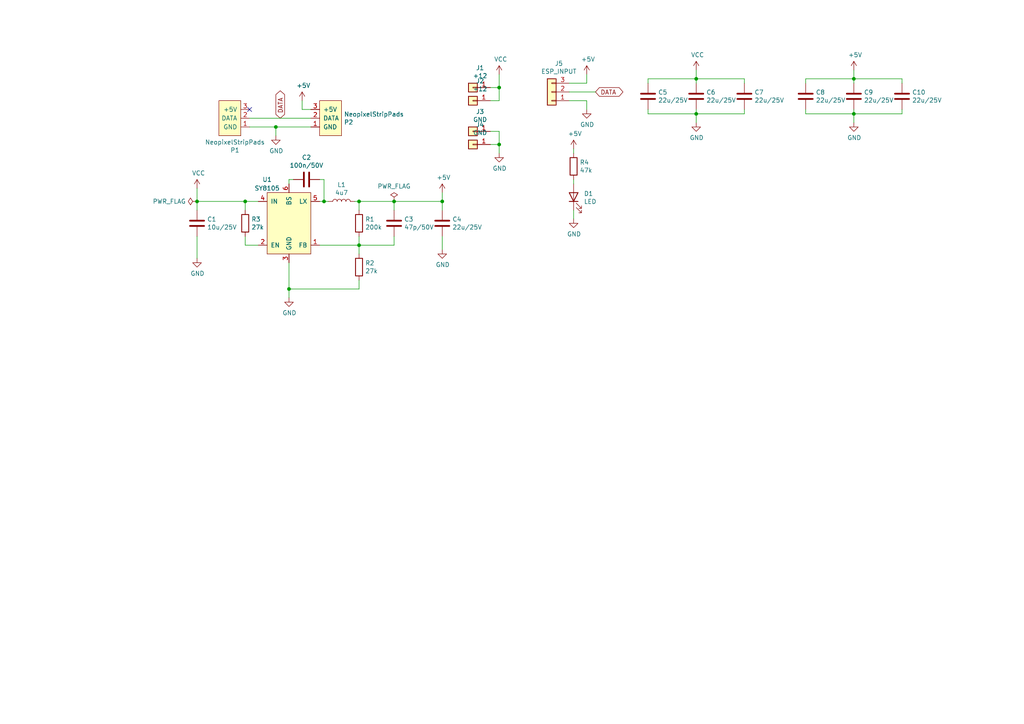
<source format=kicad_sch>
(kicad_sch (version 20211123) (generator eeschema)
  (paper "A4")
  (lib_symbols
    (symbol "Connector_Generic:Conn_01x01" (pin_names (offset 1.016) hide)
      (property "Reference" "J" (at 0 2.54 0))
      (property "Value" "Conn_01x01" (at 0 -2.54 0))
      (symbol "Conn_01x01_1_1"
        (rectangle (start -1.27 0.127) (end 0 -0.127) (stroke (width 0.1524)))
        (rectangle (start -1.27 1.27) (end 1.27 -1.27) (stroke (width 0.254)) (fill (type background)))
        (pin passive line (at -5.08 0 0) (length 3.81) (name "Pin_1") (number "1"))
      )
    )
    (symbol "Connector_Generic:Conn_01x03" (pin_names (offset 1.016) hide)
      (property "Reference" "J" (at 0 5.08 0))
      (property "Value" "Conn_01x03" (at 0 -5.08 0))
      (symbol "Conn_01x03_1_1"
        (rectangle (start -1.27 -2.413) (end 0 -2.667) (stroke (width 0.1524)))
        (rectangle (start -1.27 0.127) (end 0 -0.127) (stroke (width 0.1524)))
        (rectangle (start -1.27 2.667) (end 0 2.413) (stroke (width 0.1524)))
        (rectangle (start -1.27 3.81) (end 1.27 -3.81) (stroke (width 0.254)) (fill (type background)))
        (pin passive line (at -5.08 2.54 0) (length 3.81) (name "Pin_1") (number "1"))
        (pin passive line (at -5.08 0 0) (length 3.81) (name "Pin_2") (number "2"))
        (pin passive line (at -5.08 -2.54 0) (length 3.81) (name "Pin_3") (number "3"))
      )
    )
    (symbol "Device:C" (pin_numbers hide) (pin_names (offset 0.254))
      (property "Reference" "C" (at 0.635 2.54 0))
      (property "Value" "C" (at 0.635 -2.54 0))
      (symbol "C_0_1"
        (polyline (pts (xy -2.032 -0.762) (xy 2.032 -0.762)) (stroke (width 0.508)))
        (polyline (pts (xy -2.032 0.762) (xy 2.032 0.762)) (stroke (width 0.508)))
      )
      (symbol "C_1_1"
        (pin passive line (at 0 3.81 270) (length 2.794) (name "~") (number "1"))
        (pin passive line (at 0 -3.81 90) (length 2.794) (name "~") (number "2"))
      )
    )
    (symbol "Device:L" (pin_numbers hide) (pin_names (offset 1.016) hide)
      (property "Reference" "L" (at -1.27 0 90))
      (property "Value" "L" (at 1.905 0 90))
      (symbol "L_0_1"
        (arc (start 0 -2.54) (mid 0.635 -1.905) (end 0 -1.27))
        (arc (start 0 -1.27) (mid 0.635 -0.635) (end 0 0))
        (arc (start 0 0) (mid 0.635 0.635) (end 0 1.27))
        (arc (start 0 1.27) (mid 0.635 1.905) (end 0 2.54))
      )
      (symbol "L_1_1"
        (pin passive line (at 0 3.81 270) (length 1.27) (name "1") (number "1"))
        (pin passive line (at 0 -3.81 90) (length 1.27) (name "2") (number "2"))
      )
    )
    (symbol "Device:LED" (pin_numbers hide) (pin_names (offset 1.016) hide)
      (property "Reference" "D" (at 0 2.54 0))
      (property "Value" "LED" (at 0 -2.54 0))
      (symbol "LED_0_1"
        (polyline (pts (xy -1.27 -1.27) (xy -1.27 1.27)) (stroke (width 0.254)))
        (polyline (pts (xy -1.27 0) (xy 1.27 0)))
        (polyline (pts (xy 1.27 -1.27) (xy 1.27 1.27) (xy -1.27 0) (xy 1.27 -1.27)) (stroke (width 0.254)))
        (polyline (pts (xy -3.048 -0.762) (xy -4.572 -2.286) (xy -3.81 -2.286) (xy -4.572 -2.286) (xy -4.572 -1.524)))
        (polyline (pts (xy -1.778 -0.762) (xy -3.302 -2.286) (xy -2.54 -2.286) (xy -3.302 -2.286) (xy -3.302 -1.524)))
      )
      (symbol "LED_1_1"
        (pin passive line (at -3.81 0 0) (length 2.54) (name "K") (number "1"))
        (pin passive line (at 3.81 0 180) (length 2.54) (name "A") (number "2"))
      )
    )
    (symbol "Device:R" (pin_numbers hide) (pin_names (offset 0))
      (property "Reference" "R" (at 2.032 0 90))
      (property "Value" "R" (at 0 0 90))
      (symbol "R_0_1"
        (rectangle (start -1.016 -2.54) (end 1.016 2.54) (stroke (width 0.254)))
      )
      (symbol "R_1_1"
        (pin passive line (at 0 3.81 270) (length 1.27) (name "~") (number "1"))
        (pin passive line (at 0 -3.81 90) (length 1.27) (name "~") (number "2"))
      )
    )
    (symbol "power:+5V" (power) (pin_names (offset 0))
      (property "Value" "+5V" (at 0 3.556 0))
      (symbol "+5V_0_1"
        (polyline (pts (xy -0.762 1.27) (xy 0 2.54)))
        (polyline (pts (xy 0 0) (xy 0 2.54)))
        (polyline (pts (xy 0 2.54) (xy 0.762 1.27)))
      )
      (symbol "+5V_1_1"
        (pin power_in line (at 0 0 90) (length 0) hide (name "+5V") (number "1"))
      )
    )
    (symbol "power:GND" (power) (pin_names (offset 0))
      (property "Value" "GND" (at 0 -3.81 0))
      (symbol "GND_0_1"
        (polyline (pts (xy 0 0) (xy 0 -1.27) (xy 1.27 -1.27) (xy 0 -2.54) (xy -1.27 -1.27) (xy 0 -1.27)))
      )
      (symbol "GND_1_1"
        (pin power_in line (at 0 0 270) (length 0) hide (name "GND") (number "1"))
      )
    )
    (symbol "power:PWR_FLAG" (power) (pin_numbers hide) (pin_names (offset 0) hide)
      (property "Value" "PWR_FLAG" (at 0 3.81 0))
      (symbol "PWR_FLAG_0_0"
        (pin power_out line (at 0 0 90) (length 0) (name "pwr") (number "1"))
      )
      (symbol "PWR_FLAG_0_1"
        (polyline (pts (xy 0 0) (xy 0 1.27) (xy -1.016 1.905) (xy 0 2.54) (xy 1.016 1.905) (xy 0 1.27)))
      )
    )
    (symbol "power:VCC" (power) (pin_names (offset 0))
      (property "Value" "VCC" (at 0 3.81 0))
      (symbol "VCC_0_1"
        (polyline (pts (xy -0.762 1.27) (xy 0 2.54)))
        (polyline (pts (xy 0 0) (xy 0 2.54)))
        (polyline (pts (xy 0 2.54) (xy 0.762 1.27)))
      )
      (symbol "VCC_1_1"
        (pin power_in line (at 0 0 90) (length 0) hide (name "VCC") (number "1"))
      )
    )
    (symbol "symbols:NeopixelStripPads" (pin_names (offset 1.016))
      (property "Reference" "P" (at 0 0 0))
      (property "Value" "NeopixelStripPads" (at 0 0 0))
      (symbol "NeopixelStripPads_0_1"
        (rectangle (start 0 11.43) (end 6.35 1.27) (fill (type background)))
      )
      (symbol "NeopixelStripPads_1_1"
        (pin passive line (at -2.54 8.89 0) (length 2.54) (name "GND") (number "1"))
        (pin bidirectional line (at -2.54 6.35 0) (length 2.54) (name "DATA") (number "2"))
        (pin passive line (at -2.54 3.81 0) (length 2.54) (name "+5V") (number "3"))
      )
    )
    (symbol "symbols:SY8105" (pin_names (offset 1.016))
      (property "Reference" "U" (at 3.81 11.43 0))
      (property "Value" "SY8105" (at 0 1.27 0))
      (symbol "SY8105_0_1"
        (rectangle (start -6.35 -7.62) (end 6.35 10.16) (fill (type background)))
      )
      (symbol "SY8105_1_1"
        (pin input line (at 8.89 -5.08 180) (length 2.54) (name "FB") (number "1"))
        (pin input line (at -8.89 -5.08 0) (length 2.54) (name "EN") (number "2"))
        (pin power_in line (at 0 -10.16 90) (length 2.54) (name "GND") (number "3"))
        (pin power_in line (at -8.89 7.62 0) (length 2.54) (name "IN") (number "4"))
        (pin power_out line (at 8.89 7.62 180) (length 2.54) (name "LX") (number "5"))
        (pin passive line (at 0 12.7 270) (length 2.54) (name "BS") (number "6"))
      )
    )
  )
  (junction (at 128.27 58.42))
  (junction (at 201.93 22.86))
  (junction (at 201.93 33.02))
  (junction (at 80.01 36.83))
  (junction (at 93.98 58.42))
  (junction (at 104.14 71.12))
  (junction (at 83.82 83.82))
  (junction (at 144.78 25.4))
  (junction (at 71.12 58.42))
  (junction (at 104.14 58.42))
  (junction (at 144.78 41.91))
  (junction (at 247.65 22.86))
  (junction (at 57.15 58.42))
  (junction (at 114.3 58.42))
  (junction (at 247.65 33.02))
  (no_connect (at 72.39 31.75))
  (wire (pts (xy 201.93 24.13) (xy 201.93 22.86)))
  (wire (pts (xy 93.98 58.42) (xy 95.25 58.42)))
  (wire (pts (xy 261.62 33.02) (xy 261.62 31.75)))
  (wire (pts (xy 170.18 24.13) (xy 170.18 21.59)))
  (wire (pts (xy 201.93 22.86) (xy 201.93 20.32)))
  (wire (pts (xy 87.63 29.21) (xy 87.63 31.75)))
  (wire (pts (xy 71.12 68.58) (xy 71.12 71.12)))
  (wire (pts (xy 233.68 22.86) (xy 247.65 22.86)))
  (wire (pts (xy 165.1 24.13) (xy 170.18 24.13)))
  (wire (pts (xy 142.24 38.1) (xy 144.78 38.1)))
  (wire (pts (xy 142.24 29.21) (xy 144.78 29.21)))
  (wire (pts (xy 165.1 26.67) (xy 172.72 26.67)))
  (wire (pts (xy 128.27 68.58) (xy 128.27 72.39)))
  (wire (pts (xy 114.3 71.12) (xy 104.14 71.12)))
  (wire (pts (xy 144.78 29.21) (xy 144.78 25.4)))
  (wire (pts (xy 92.71 71.12) (xy 104.14 71.12)))
  (wire (pts (xy 187.96 22.86) (xy 187.96 24.13)))
  (wire (pts (xy 72.39 36.83) (xy 80.01 36.83)))
  (wire (pts (xy 114.3 68.58) (xy 114.3 71.12)))
  (wire (pts (xy 247.65 33.02) (xy 261.62 33.02)))
  (wire (pts (xy 83.82 76.2) (xy 83.82 83.82)))
  (wire (pts (xy 201.93 33.02) (xy 201.93 35.56)))
  (wire (pts (xy 166.37 43.18) (xy 166.37 44.45)))
  (wire (pts (xy 247.65 22.86) (xy 247.65 20.32)))
  (wire (pts (xy 83.82 52.07) (xy 85.09 52.07)))
  (wire (pts (xy 247.65 22.86) (xy 261.62 22.86)))
  (wire (pts (xy 144.78 41.91) (xy 144.78 44.45)))
  (wire (pts (xy 142.24 25.4) (xy 144.78 25.4)))
  (wire (pts (xy 104.14 83.82) (xy 83.82 83.82)))
  (wire (pts (xy 144.78 25.4) (xy 144.78 21.59)))
  (wire (pts (xy 87.63 31.75) (xy 90.17 31.75)))
  (wire (pts (xy 142.24 41.91) (xy 144.78 41.91)))
  (wire (pts (xy 144.78 38.1) (xy 144.78 41.91)))
  (wire (pts (xy 247.65 33.02) (xy 247.65 35.56)))
  (wire (pts (xy 187.96 33.02) (xy 201.93 33.02)))
  (wire (pts (xy 166.37 52.07) (xy 166.37 53.34)))
  (wire (pts (xy 166.37 60.96) (xy 166.37 63.5)))
  (wire (pts (xy 93.98 58.42) (xy 93.98 52.07)))
  (wire (pts (xy 187.96 33.02) (xy 187.96 31.75)))
  (wire (pts (xy 201.93 33.02) (xy 201.93 31.75)))
  (wire (pts (xy 104.14 58.42) (xy 114.3 58.42)))
  (wire (pts (xy 170.18 29.21) (xy 170.18 31.75)))
  (wire (pts (xy 261.62 22.86) (xy 261.62 24.13)))
  (wire (pts (xy 233.68 31.75) (xy 233.68 33.02)))
  (wire (pts (xy 104.14 58.42) (xy 104.14 60.96)))
  (wire (pts (xy 165.1 29.21) (xy 170.18 29.21)))
  (wire (pts (xy 114.3 58.42) (xy 128.27 58.42)))
  (wire (pts (xy 104.14 81.28) (xy 104.14 83.82)))
  (wire (pts (xy 247.65 22.86) (xy 247.65 24.13)))
  (wire (pts (xy 57.15 54.61) (xy 57.15 58.42)))
  (wire (pts (xy 80.01 36.83) (xy 90.17 36.83)))
  (wire (pts (xy 114.3 58.42) (xy 114.3 60.96)))
  (wire (pts (xy 71.12 58.42) (xy 74.93 58.42)))
  (wire (pts (xy 128.27 58.42) (xy 128.27 60.96)))
  (wire (pts (xy 92.71 58.42) (xy 93.98 58.42)))
  (wire (pts (xy 247.65 33.02) (xy 247.65 31.75)))
  (wire (pts (xy 104.14 68.58) (xy 104.14 71.12)))
  (wire (pts (xy 201.93 22.86) (xy 215.9 22.86)))
  (wire (pts (xy 187.96 22.86) (xy 201.93 22.86)))
  (wire (pts (xy 104.14 71.12) (xy 104.14 73.66)))
  (wire (pts (xy 57.15 68.58) (xy 57.15 74.93)))
  (wire (pts (xy 215.9 33.02) (xy 215.9 31.75)))
  (wire (pts (xy 71.12 71.12) (xy 74.93 71.12)))
  (wire (pts (xy 201.93 33.02) (xy 215.9 33.02)))
  (wire (pts (xy 128.27 55.88) (xy 128.27 58.42)))
  (wire (pts (xy 80.01 36.83) (xy 80.01 39.37)))
  (wire (pts (xy 57.15 58.42) (xy 71.12 58.42)))
  (wire (pts (xy 83.82 83.82) (xy 83.82 86.36)))
  (wire (pts (xy 233.68 22.86) (xy 233.68 24.13)))
  (wire (pts (xy 71.12 60.96) (xy 71.12 58.42)))
  (wire (pts (xy 233.68 33.02) (xy 247.65 33.02)))
  (wire (pts (xy 102.87 58.42) (xy 104.14 58.42)))
  (wire (pts (xy 57.15 60.96) (xy 57.15 58.42)))
  (wire (pts (xy 215.9 22.86) (xy 215.9 24.13)))
  (wire (pts (xy 83.82 53.34) (xy 83.82 52.07)))
  (wire (pts (xy 93.98 52.07) (xy 92.71 52.07)))
  (wire (pts (xy 72.39 34.29) (xy 90.17 34.29)))
  (global_label "DATA" (shape bidirectional) (at 172.72 26.67 0) (property "Intersheet References" "${INTERSHEET_REFS}" (effects hide)))
  (global_label "DATA" (shape bidirectional) (at 81.28 34.29 90) (property "Intersheet References" "${INTERSHEET_REFS}" (effects hide)))
  (symbol (lib_id "Connector_Generic:Conn_01x03") (at 160.02 26.67 180) (unit 1)
    (property "Reference" "J5" (at 162.1028 18.415 0))
    (property "Value" "ESP_INPUT" (at 162.1028 20.7264 0))
    (property "Footprint" "neopixelBooster:3PinConnector" (effects hide))
    (property "JLCPCB_IGNORE" "1" (effects hide))
  )
  (symbol (lib_id "power:+5V") (at 170.18 21.59 0) (unit 1)
    (property "Reference" "#PWR0104" (effects hide))
    (property "Value" "+5V" (at 170.561 17.1958 0))
  )
  (symbol (lib_id "power:GND") (at 170.18 31.75 0) (unit 1)
    (property "Reference" "#PWR0105" (effects hide))
    (property "Value" "GND" (at 170.307 36.1442 0))
  )
  (symbol (lib_id "power:GND") (at 80.01 39.37 0) (unit 1)
    (property "Reference" "#PWR0106" (effects hide))
    (property "Value" "GND" (at 80.137 43.7642 0))
  )
  (symbol (lib_id "Device:LED") (at 166.37 57.15 90) (unit 1)
    (property "Reference" "D1" (at 169.3418 56.1594 90) (effects (justify right)))
    (property "Value" "LED" (at 169.3418 58.4708 90) (effects (justify right)))
    (property "Footprint" "LED_SMD:LED_0603_1608Metric" (effects hide))
    (property "LCSC" "C2286" (effects hide))
  )
  (symbol (lib_id "Device:R") (at 166.37 48.26 0) (unit 1)
    (property "Reference" "R4" (at 168.148 47.0916 0) (effects (justify left)))
    (property "Value" "47k" (at 168.148 49.403 0) (effects (justify left)))
    (property "Footprint" "Resistor_SMD:R_0402_1005Metric" (effects hide))
    (property "LCSC" "C25792" (effects hide))
  )
  (symbol (lib_id "power:+5V") (at 166.37 43.18 0) (unit 1)
    (property "Reference" "#PWR06" (effects hide))
    (property "Value" "+5V" (at 166.751 38.7858 0))
  )
  (symbol (lib_id "power:GND") (at 166.37 63.5 0) (unit 1)
    (property "Reference" "#PWR07" (effects hide))
    (property "Value" "GND" (at 166.497 67.8942 0))
  )
  (symbol (lib_id "symbols:SY8105") (at 83.82 66.04 0) (unit 1)
    (property "Reference" "U1" (at 77.47 52.07 0))
    (property "Value" "SY8105" (at 77.47 54.61 0))
    (property "Footprint" "Package_TO_SOT_SMD:TSOT-23-6" (effects hide))
    (property "LCSC" "C178247 " (effects hide))
    (property "JLCPCB_CORRECTION" "0;0;180" (effects hide))
  )
  (symbol (lib_id "Device:R") (at 104.14 64.77 0) (unit 1)
    (property "Reference" "R1" (at 105.918 63.6016 0) (effects (justify left)))
    (property "Value" "200k" (at 105.918 65.913 0) (effects (justify left)))
    (property "Footprint" "Resistor_SMD:R_0402_1005Metric" (effects hide))
    (property "LCSC" "C25764" (effects hide))
  )
  (symbol (lib_id "Device:R") (at 104.14 77.47 0) (unit 1)
    (property "Reference" "R2" (at 105.918 76.3016 0) (effects (justify left)))
    (property "Value" "27k" (at 105.918 78.613 0) (effects (justify left)))
    (property "Footprint" "Resistor_SMD:R_0402_1005Metric" (effects hide))
    (property "LCSC" "C25771" (effects hide))
  )
  (symbol (lib_id "Device:C") (at 57.15 64.77 0) (unit 1)
    (property "Reference" "C1" (at 60.071 63.6016 0) (effects (justify left)))
    (property "Value" "10u/25V" (at 60.071 65.913 0) (effects (justify left)))
    (property "Footprint" "Capacitor_SMD:C_0805_2012Metric" (effects hide))
    (property "LCSC" "C15850" (effects hide))
  )
  (symbol (lib_id "power:GND") (at 83.82 86.36 0) (unit 1)
    (property "Reference" "#PWR03" (effects hide))
    (property "Value" "GND" (at 83.947 90.7542 0))
  )
  (symbol (lib_id "power:VCC") (at 57.15 54.61 0) (unit 1)
    (property "Reference" "#PWR01" (effects hide))
    (property "Value" "VCC" (at 57.5818 50.2158 0))
  )
  (symbol (lib_id "power:+5V") (at 128.27 55.88 0) (unit 1)
    (property "Reference" "#PWR04" (effects hide))
    (property "Value" "+5V" (at 128.651 51.4858 0))
  )
  (symbol (lib_id "power:GND") (at 57.15 74.93 0) (unit 1)
    (property "Reference" "#PWR02" (effects hide))
    (property "Value" "GND" (at 57.277 79.3242 0))
  )
  (symbol (lib_id "Device:C") (at 88.9 52.07 270) (unit 1)
    (property "Reference" "C2" (at 88.9 45.6692 90))
    (property "Value" "100n/50V" (at 88.9 47.9806 90))
    (property "Footprint" "Capacitor_SMD:C_0603_1608Metric" (effects hide))
    (property "LCSC" "C14663" (effects hide))
  )
  (symbol (lib_id "Device:L") (at 99.06 58.42 90) (unit 1)
    (property "Reference" "L1" (at 99.06 53.594 90))
    (property "Value" "4u7" (at 99.06 55.9054 90))
    (property "Footprint" "neopixelBooster:MWSA0503S" (effects hide))
    (property "LCSC" "C408410" (effects hide))
  )
  (symbol (lib_id "Device:C") (at 114.3 64.77 180) (unit 1)
    (property "Reference" "C3" (at 117.221 63.6016 0) (effects (justify right)))
    (property "Value" "47p/50V" (at 117.221 65.913 0) (effects (justify right)))
    (property "Footprint" "Capacitor_SMD:C_0402_1005Metric" (effects hide))
    (property "LCSC" "C1567" (effects hide))
  )
  (symbol (lib_id "Device:C") (at 128.27 64.77 180) (unit 1)
    (property "Reference" "C4" (at 131.191 63.6016 0) (effects (justify right)))
    (property "Value" "22u/25V" (at 131.191 65.913 0) (effects (justify right)))
    (property "Footprint" "Capacitor_SMD:C_0805_2012Metric" (effects hide))
    (property "LCSC" "C45783" (effects hide))
  )
  (symbol (lib_id "power:GND") (at 128.27 72.39 0) (unit 1)
    (property "Reference" "#PWR05" (effects hide))
    (property "Value" "GND" (at 128.397 76.7842 0))
  )
  (symbol (lib_id "symbols:NeopixelStripPads") (at 69.85 27.94 180) (unit 1)
    (property "Reference" "P1" (at 68.1482 43.561 0))
    (property "Value" "NeopixelStripPads" (at 68.1482 41.2496 0))
    (property "Footprint" "neopixelBooster:LedStripPads" (effects hide))
    (property "JLCPCB_IGNORE" "1" (effects hide))
  )
  (symbol (lib_id "symbols:NeopixelStripPads") (at 92.71 27.94 0) (mirror x) (unit 1)
    (property "Reference" "P2" (at 99.7712 35.4584 0) (effects (justify left)))
    (property "Value" "NeopixelStripPads" (at 99.7712 33.147 0) (effects (justify left)))
    (property "Footprint" "neopixelBooster:LedStripPads" (effects hide))
    (property "JLCPCB_IGNORE" "1" (effects hide))
  )
  (symbol (lib_id "power:+5V") (at 87.63 29.21 0) (unit 1)
    (property "Reference" "#PWR0101" (effects hide))
    (property "Value" "+5V" (at 88.011 24.8158 0))
  )
  (symbol (lib_id "Connector_Generic:Conn_01x01") (at 137.16 25.4 180) (unit 1)
    (property "Reference" "J1" (at 139.2428 19.685 0))
    (property "Value" "+12" (at 139.2428 21.9964 0))
    (property "Footprint" "neopixelBooster:InputPads" (effects hide))
    (property "JLCPCB_IGNORE" "1" (effects hide))
  )
  (symbol (lib_id "Connector_Generic:Conn_01x01") (at 137.16 29.21 180) (unit 1)
    (property "Reference" "J2" (at 139.2428 23.495 0))
    (property "Value" "+12" (at 139.2428 25.8064 0))
    (property "Footprint" "neopixelBooster:InputPads" (effects hide))
    (property "JLCPCB_IGNORE" "1" (effects hide))
  )
  (symbol (lib_id "Connector_Generic:Conn_01x01") (at 137.16 38.1 180) (unit 1)
    (property "Reference" "J3" (at 139.2428 32.385 0))
    (property "Value" "GND" (at 139.2428 34.6964 0))
    (property "Footprint" "neopixelBooster:InputPads" (effects hide))
    (property "JLCPCB_IGNORE" "1" (effects hide))
  )
  (symbol (lib_id "Connector_Generic:Conn_01x01") (at 137.16 41.91 180) (unit 1)
    (property "Reference" "J4" (at 139.2428 36.195 0))
    (property "Value" "GND" (at 139.2428 38.5064 0))
    (property "Footprint" "neopixelBooster:InputPads" (effects hide))
    (property "JLCPCB_IGNORE" "J4" (effects hide))
  )
  (symbol (lib_id "power:GND") (at 144.78 44.45 0) (unit 1)
    (property "Reference" "#PWR0102" (effects hide))
    (property "Value" "GND" (at 144.907 48.8442 0))
  )
  (symbol (lib_id "power:VCC") (at 144.78 21.59 0) (unit 1)
    (property "Reference" "#PWR0103" (effects hide))
    (property "Value" "VCC" (at 145.2118 17.1958 0))
  )
  (symbol (lib_id "Device:R") (at 71.12 64.77 0) (unit 1)
    (property "Reference" "R3" (at 72.898 63.6016 0) (effects (justify left)))
    (property "Value" "27k" (at 72.898 65.913 0) (effects (justify left)))
    (property "Footprint" "Resistor_SMD:R_0402_1005Metric" (effects hide))
    (property "LCSC" "C25771" (effects hide))
  )
  (symbol (lib_id "power:PWR_FLAG") (at 114.3 58.42 0) (unit 1)
    (property "Reference" "#FLG0101" (effects hide))
    (property "Value" "PWR_FLAG" (at 114.3 54.0258 0))
  )
  (symbol (lib_id "power:PWR_FLAG") (at 57.15 58.42 90) (unit 1)
    (property "Reference" "#FLG0102" (effects hide))
    (property "Value" "PWR_FLAG" (at 53.9242 58.42 90) (effects (justify left)))
  )
  (symbol (lib_id "power:VCC") (at 201.93 20.32 0) (unit 1)
    (property "Reference" "#PWR08" (effects hide))
    (property "Value" "VCC" (at 202.311 15.9258 0))
  )
  (symbol (lib_id "power:GND") (at 201.93 35.56 0) (unit 1)
    (property "Reference" "#PWR09" (effects hide))
    (property "Value" "GND" (at 202.057 39.9542 0))
  )
  (symbol (lib_id "power:+5V") (at 247.65 20.32 0) (unit 1)
    (property "Reference" "#PWR010" (effects hide))
    (property "Value" "+5V" (at 248.031 15.9258 0))
  )
  (symbol (lib_id "power:GND") (at 247.65 35.56 0) (unit 1)
    (property "Reference" "#PWR011" (effects hide))
    (property "Value" "GND" (at 247.777 39.9542 0))
  )
  (symbol (lib_id "Device:C") (at 187.96 27.94 0) (unit 1)
    (property "Reference" "C5" (at 190.881 26.7716 0) (effects (justify left)))
    (property "Value" "22u/25V" (at 190.881 29.083 0) (effects (justify left)))
    (property "Footprint" "Capacitor_SMD:C_0805_2012Metric" (effects hide))
    (property "LCSC" "C45783" (effects hide))
  )
  (symbol (lib_id "Device:C") (at 201.93 27.94 0) (unit 1)
    (property "Reference" "C6" (at 204.851 26.7716 0) (effects (justify left)))
    (property "Value" "22u/25V" (at 204.851 29.083 0) (effects (justify left)))
    (property "Footprint" "Capacitor_SMD:C_0805_2012Metric" (effects hide))
    (property "LCSC" "C45783" (effects hide))
  )
  (symbol (lib_id "Device:C") (at 215.9 27.94 0) (unit 1)
    (property "Reference" "C7" (at 218.821 26.7716 0) (effects (justify left)))
    (property "Value" "22u/25V" (at 218.821 29.083 0) (effects (justify left)))
    (property "Footprint" "Capacitor_SMD:C_0805_2012Metric" (effects hide))
    (property "LCSC" "C45783" (effects hide))
  )
  (symbol (lib_id "Device:C") (at 233.68 27.94 0) (unit 1)
    (property "Reference" "C8" (at 236.601 26.7716 0) (effects (justify left)))
    (property "Value" "22u/25V" (at 236.601 29.083 0) (effects (justify left)))
    (property "Footprint" "Capacitor_SMD:C_0805_2012Metric" (effects hide))
    (property "LCSC" "C45783" (effects hide))
  )
  (symbol (lib_id "Device:C") (at 247.65 27.94 0) (unit 1)
    (property "Reference" "C9" (at 250.571 26.7716 0) (effects (justify left)))
    (property "Value" "22u/25V" (at 250.571 29.083 0) (effects (justify left)))
    (property "Footprint" "Capacitor_SMD:C_0805_2012Metric" (effects hide))
    (property "LCSC" "C45783" (effects hide))
  )
  (symbol (lib_id "Device:C") (at 261.62 27.94 0) (unit 1)
    (property "Reference" "C10" (at 264.541 26.7716 0) (effects (justify left)))
    (property "Value" "22u/25V" (at 264.541 29.083 0) (effects (justify left)))
    (property "Footprint" "Capacitor_SMD:C_0805_2012Metric" (effects hide))
    (property "LCSC" "C45783" (effects hide))
  )
)
</source>
